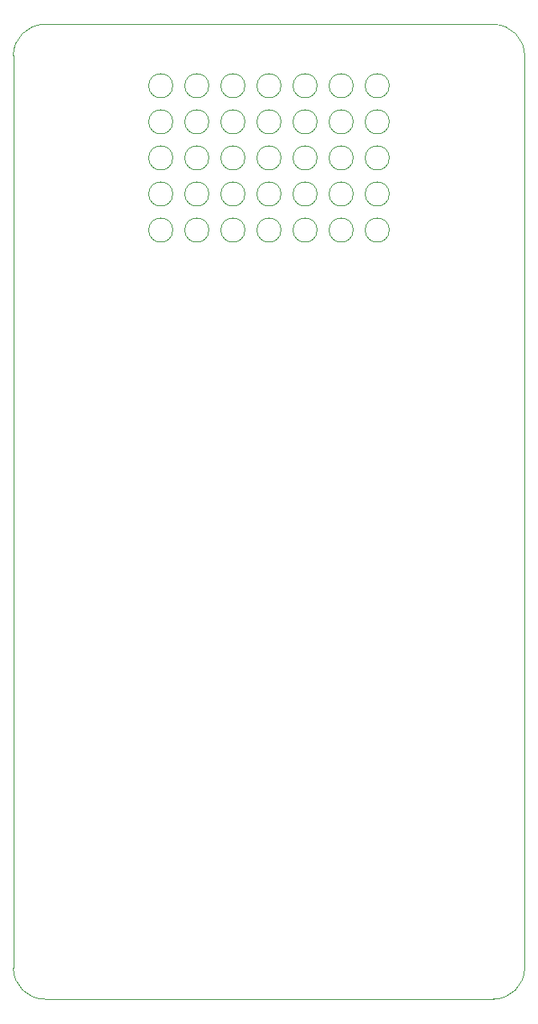
<source format=gbr>
%TF.GenerationSoftware,KiCad,Pcbnew,6.0.10-86aedd382b~118~ubuntu22.04.1*%
%TF.CreationDate,2023-01-20T18:04:38-05:00*%
%TF.ProjectId,picoco2_back,7069636f-636f-4325-9f62-61636b2e6b69,rev?*%
%TF.SameCoordinates,Original*%
%TF.FileFunction,Profile,NP*%
%FSLAX46Y46*%
G04 Gerber Fmt 4.6, Leading zero omitted, Abs format (unit mm)*
G04 Created by KiCad (PCBNEW 6.0.10-86aedd382b~118~ubuntu22.04.1) date 2023-01-20 18:04:38*
%MOMM*%
%LPD*%
G01*
G04 APERTURE LIST*
%TA.AperFunction,Profile*%
%ADD10C,0.100000*%
%TD*%
G04 APERTURE END LIST*
D10*
X39700000Y-10290000D02*
G75*
G03*
X39700000Y-10290000I-1270000J0D01*
G01*
X16840000Y-21720000D02*
G75*
G03*
X16840000Y-21720000I-1270000J0D01*
G01*
X28270000Y-17910000D02*
G75*
G03*
X28270000Y-17910000I-1270000J0D01*
G01*
X24460000Y-14100000D02*
G75*
G03*
X24460000Y-14100000I-1270000J0D01*
G01*
X54000000Y-3302000D02*
G75*
G03*
X50698000Y0I-3302000J0D01*
G01*
X16840000Y-14100000D02*
G75*
G03*
X16840000Y-14100000I-1270000J0D01*
G01*
X28270000Y-21720000D02*
G75*
G03*
X28270000Y-21720000I-1270000J0D01*
G01*
X16840000Y-17910000D02*
G75*
G03*
X16840000Y-17910000I-1270000J0D01*
G01*
X32080000Y-10290000D02*
G75*
G03*
X32080000Y-10290000I-1270000J0D01*
G01*
X16840000Y-10290000D02*
G75*
G03*
X16840000Y-10290000I-1270000J0D01*
G01*
X50698000Y0D02*
X3300067Y1933D01*
X20650000Y-6480000D02*
G75*
G03*
X20650000Y-6480000I-1270000J0D01*
G01*
X32080000Y-21720000D02*
G75*
G03*
X32080000Y-21720000I-1270000J0D01*
G01*
X32080000Y-6480000D02*
G75*
G03*
X32080000Y-6480000I-1270000J0D01*
G01*
X24460000Y-21720000D02*
G75*
G03*
X24460000Y-21720000I-1270000J0D01*
G01*
X35890000Y-17910000D02*
G75*
G03*
X35890000Y-17910000I-1270000J0D01*
G01*
X35890000Y-14100000D02*
G75*
G03*
X35890000Y-14100000I-1270000J0D01*
G01*
X35890000Y-21720000D02*
G75*
G03*
X35890000Y-21720000I-1270000J0D01*
G01*
X-1933Y-3300067D02*
X0Y-99618800D01*
X20650000Y-17910000D02*
G75*
G03*
X20650000Y-17910000I-1270000J0D01*
G01*
X28270000Y-14100000D02*
G75*
G03*
X28270000Y-14100000I-1270000J0D01*
G01*
X35890000Y-6480000D02*
G75*
G03*
X35890000Y-6480000I-1270000J0D01*
G01*
X24460000Y-17910000D02*
G75*
G03*
X24460000Y-17910000I-1270000J0D01*
G01*
X28270000Y-6480000D02*
G75*
G03*
X28270000Y-6480000I-1270000J0D01*
G01*
X3302000Y-102920800D02*
X50708333Y-102920800D01*
X32080000Y-14100000D02*
G75*
G03*
X32080000Y-14100000I-1270000J0D01*
G01*
X20650000Y-10290000D02*
G75*
G03*
X20650000Y-10290000I-1270000J0D01*
G01*
X32080000Y-17910000D02*
G75*
G03*
X32080000Y-17910000I-1270000J0D01*
G01*
X39700000Y-21720000D02*
G75*
G03*
X39700000Y-21720000I-1270000J0D01*
G01*
X20650000Y-21720000D02*
G75*
G03*
X20650000Y-21720000I-1270000J0D01*
G01*
X28270000Y-10290000D02*
G75*
G03*
X28270000Y-10290000I-1270000J0D01*
G01*
X39700000Y-17910000D02*
G75*
G03*
X39700000Y-17910000I-1270000J0D01*
G01*
X50708333Y-102920816D02*
G75*
G03*
X54000000Y-99618800I-33J3291716D01*
G01*
X0Y-99618800D02*
G75*
G03*
X3302000Y-102920800I3302000J0D01*
G01*
X39700000Y-6480000D02*
G75*
G03*
X39700000Y-6480000I-1270000J0D01*
G01*
X3300067Y1933D02*
G75*
G03*
X-1933Y-3300067I-1J-3301999D01*
G01*
X54000000Y-99618800D02*
X54000000Y-3302000D01*
X24460000Y-6480000D02*
G75*
G03*
X24460000Y-6480000I-1270000J0D01*
G01*
X39700000Y-14100000D02*
G75*
G03*
X39700000Y-14100000I-1270000J0D01*
G01*
X20650000Y-14100000D02*
G75*
G03*
X20650000Y-14100000I-1270000J0D01*
G01*
X24460000Y-10290000D02*
G75*
G03*
X24460000Y-10290000I-1270000J0D01*
G01*
X35890000Y-10290000D02*
G75*
G03*
X35890000Y-10290000I-1270000J0D01*
G01*
X16840000Y-6480000D02*
G75*
G03*
X16840000Y-6480000I-1270000J0D01*
G01*
M02*

</source>
